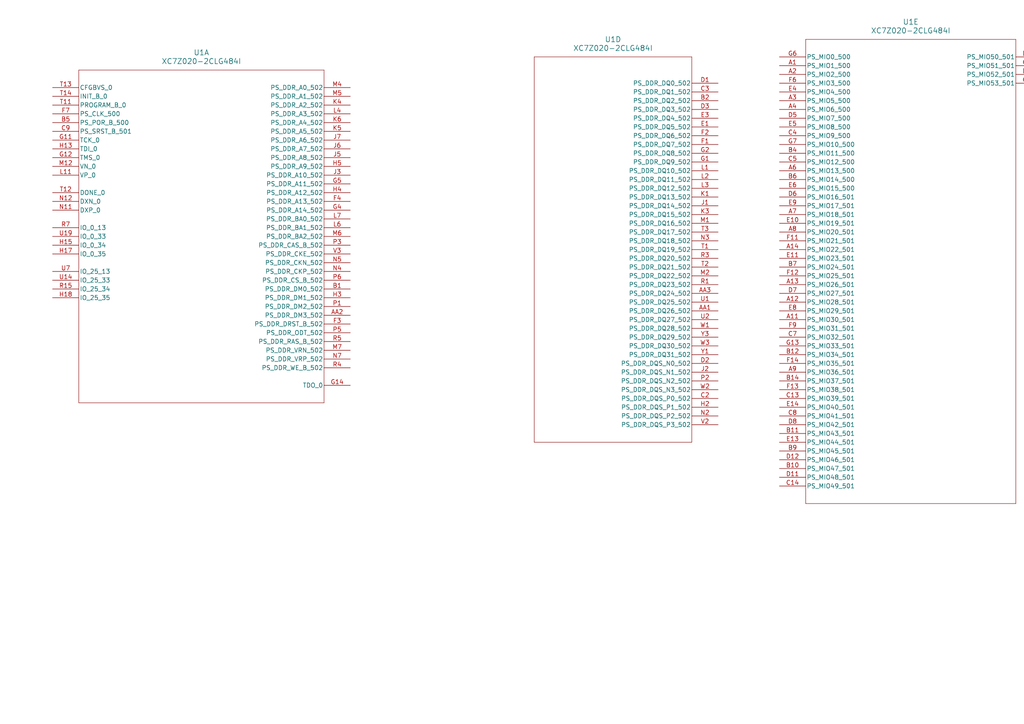
<source format=kicad_sch>
(kicad_sch (version 20231120) (generator "eeschema") (generator_version "8.0")
  (paper "A4")
  (lib_symbols
    (symbol "zynq7_1:XC7Z020-2CLG484I" (pin_names (offset 0.254))
      (property "Reference" "U" (at 43.18 10.16 0))
      (property "Value" "XC7Z020-2CLG484I" (at 43.18 7.62 0))
      (symbol "XC7Z020-2CLG484I_1_1"
        (polyline (pts (xy 7.62 -91.44) (xy 78.74 -91.44)) (stroke (width 0.127)))
        (polyline (pts (xy 7.62 5.08) (xy 7.62 -91.44)) (stroke (width 0.127)))
        (polyline (pts (xy 78.74 -91.44) (xy 78.74 5.08)) (stroke (width 0.127)))
        (polyline (pts (xy 78.74 5.08) (xy 7.62 5.08)) (stroke (width 0.127)))
        (pin output line (at 86.36 -66.04 180) (length 7.62) (name "PS_DDR_DM3_502") (number "AA2"))
        (pin output line (at 86.36 -58.42 180) (length 7.62) (name "PS_DDR_DM0_502") (number "B1"))
        (pin input line (at 0 -10.16 0) (length 7.62) (name "PS_POR_B_500") (number "B5"))
        (pin input line (at 0 -12.7 0) (length 7.62) (name "PS_SRST_B_501") (number "C9"))
        (pin output line (at 86.36 -68.58 180) (length 7.62) (name "PS_DDR_DRST_B_502") (number "F3"))
        (pin output line (at 86.36 -33.02 180) (length 7.62) (name "PS_DDR_A13_502") (number "F4"))
        (pin input line (at 0 -7.62 0) (length 7.62) (name "PS_CLK_500") (number "F7"))
        (pin input line (at 0 -15.24 0) (length 7.62) (name "TCK_0") (number "G11"))
        (pin input line (at 0 -20.32 0) (length 7.62) (name "TMS_0") (number "G12"))
        (pin output line (at 86.36 -86.36 180) (length 7.62) (name "TDO_0") (number "G14"))
        (pin output line (at 86.36 -35.56 180) (length 7.62) (name "PS_DDR_A14_502") (number "G4"))
        (pin output line (at 86.36 -27.94 180) (length 7.62) (name "PS_DDR_A11_502") (number "G5"))
        (pin input line (at 0 -17.78 0) (length 7.62) (name "TDI_0") (number "H13"))
        (pin bidirectional line (at 0 -45.72 0) (length 7.62) (name "IO_0_34") (number "H15"))
        (pin bidirectional line (at 0 -48.26 0) (length 7.62) (name "IO_0_35") (number "H17"))
        (pin bidirectional line (at 0 -60.96 0) (length 7.62) (name "IO_25_35") (number "H18"))
        (pin output line (at 86.36 -60.96 180) (length 7.62) (name "PS_DDR_DM1_502") (number "H3"))
        (pin output line (at 86.36 -30.48 180) (length 7.62) (name "PS_DDR_A12_502") (number "H4"))
        (pin output line (at 86.36 -22.86 180) (length 7.62) (name "PS_DDR_A9_502") (number "H5"))
        (pin output line (at 86.36 -25.4 180) (length 7.62) (name "PS_DDR_A10_502") (number "J3"))
        (pin output line (at 86.36 -20.32 180) (length 7.62) (name "PS_DDR_A8_502") (number "J5"))
        (pin output line (at 86.36 -17.78 180) (length 7.62) (name "PS_DDR_A7_502") (number "J6"))
        (pin output line (at 86.36 -15.24 180) (length 7.62) (name "PS_DDR_A6_502") (number "J7"))
        (pin output line (at 86.36 -5.08 180) (length 7.62) (name "PS_DDR_A2_502") (number "K4"))
        (pin output line (at 86.36 -12.7 180) (length 7.62) (name "PS_DDR_A5_502") (number "K5"))
        (pin output line (at 86.36 -10.16 180) (length 7.62) (name "PS_DDR_A4_502") (number "K6"))
        (pin input line (at 0 -25.4 0) (length 7.62) (name "VP_0") (number "L11"))
        (pin output line (at 86.36 -7.62 180) (length 7.62) (name "PS_DDR_A3_502") (number "L4"))
        (pin output line (at 86.36 -40.64 180) (length 7.62) (name "PS_DDR_BA1_502") (number "L6"))
        (pin output line (at 86.36 -38.1 180) (length 7.62) (name "PS_DDR_BA0_502") (number "L7"))
        (pin input line (at 0 -22.86 0) (length 7.62) (name "VN_0") (number "M12"))
        (pin output line (at 86.36 0 180) (length 7.62) (name "PS_DDR_A0_502") (number "M4"))
        (pin output line (at 86.36 -2.54 180) (length 7.62) (name "PS_DDR_A1_502") (number "M5"))
        (pin output line (at 86.36 -43.18 180) (length 7.62) (name "PS_DDR_BA2_502") (number "M6"))
        (pin output line (at 86.36 -76.2 180) (length 7.62) (name "PS_DDR_VRN_502") (number "M7"))
        (pin unspecified line (at 0 -35.56 0) (length 7.62) (name "DXP_0") (number "N11"))
        (pin unspecified line (at 0 -33.02 0) (length 7.62) (name "DXN_0") (number "N12"))
        (pin output line (at 86.36 -53.34 180) (length 7.62) (name "PS_DDR_CKP_502") (number "N4"))
        (pin output line (at 86.36 -50.8 180) (length 7.62) (name "PS_DDR_CKN_502") (number "N5"))
        (pin output line (at 86.36 -78.74 180) (length 7.62) (name "PS_DDR_VRP_502") (number "N7"))
        (pin output line (at 86.36 -63.5 180) (length 7.62) (name "PS_DDR_DM2_502") (number "P1"))
        (pin output line (at 86.36 -45.72 180) (length 7.62) (name "PS_DDR_CAS_B_502") (number "P3"))
        (pin output line (at 86.36 -71.12 180) (length 7.62) (name "PS_DDR_ODT_502") (number "P5"))
        (pin output line (at 86.36 -55.88 180) (length 7.62) (name "PS_DDR_CS_B_502") (number "P6"))
        (pin bidirectional line (at 0 -58.42 0) (length 7.62) (name "IO_25_34") (number "R15"))
        (pin output line (at 86.36 -81.28 180) (length 7.62) (name "PS_DDR_WE_B_502") (number "R4"))
        (pin output line (at 86.36 -73.66 180) (length 7.62) (name "PS_DDR_RAS_B_502") (number "R5"))
        (pin bidirectional line (at 0 -40.64 0) (length 7.62) (name "IO_0_13") (number "R7"))
        (pin input line (at 0 -5.08 0) (length 7.62) (name "PROGRAM_B_0") (number "T11"))
        (pin bidirectional line (at 0 -30.48 0) (length 7.62) (name "DONE_0") (number "T12"))
        (pin input line (at 0 0 0) (length 7.62) (name "CFGBVS_0") (number "T13"))
        (pin bidirectional line (at 0 -2.54 0) (length 7.62) (name "INIT_B_0") (number "T14"))
        (pin bidirectional line (at 0 -55.88 0) (length 7.62) (name "IO_25_33") (number "U14"))
        (pin bidirectional line (at 0 -43.18 0) (length 7.62) (name "IO_0_33") (number "U19"))
        (pin bidirectional line (at 0 -53.34 0) (length 7.62) (name "IO_25_13") (number "U7"))
        (pin output line (at 86.36 -48.26 180) (length 7.62) (name "PS_DDR_CKE_502") (number "V3"))
      )
      (symbol "XC7Z020-2CLG484I_2_1"
        (polyline (pts (xy 7.62 -129.54) (xy 114.3 -129.54)) (stroke (width 0.127)))
        (polyline (pts (xy 7.62 5.08) (xy 7.62 -129.54)) (stroke (width 0.127)))
        (polyline (pts (xy 114.3 -129.54) (xy 114.3 5.08)) (stroke (width 0.127)))
        (polyline (pts (xy 114.3 5.08) (xy 7.62 5.08)) (stroke (width 0.127)))
        (pin bidirectional line (at 121.92 -33.02 180) (length 7.62) (name "IO_L9P_T1_DQS_AD3P_35") (number "A16"))
        (pin bidirectional line (at 121.92 -30.48 180) (length 7.62) (name "IO_L9N_T1_DQS_AD3N_35") (number "A17"))
        (pin bidirectional line (at 121.92 -38.1 180) (length 7.62) (name "IO_L10P_T1_AD11P_35") (number "A18"))
        (pin bidirectional line (at 121.92 -35.56 180) (length 7.62) (name "IO_L10N_T1_AD11N_35") (number "A19"))
        (pin bidirectional line (at 121.92 -48.26 180) (length 7.62) (name "IO_L15P_T2_DQS_AD12P_35") (number "A21"))
        (pin bidirectional line (at 121.92 -45.72 180) (length 7.62) (name "IO_L15N_T2_DQS_AD12N_35") (number "A22"))
        (pin bidirectional line (at 0 -114.3 0) (length 7.62) (name "IO_L8P_T1_13") (number "AA11"))
        (pin bidirectional line (at 0 -99.06 0) (length 7.62) (name "IO_L7P_T1_13") (number "AA12"))
        (pin bidirectional line (at 121.92 -109.22 180) (length 7.62) (name "IO_L11N_T1_SRCC_33") (number "AA19"))
        (pin bidirectional line (at 0 -116.84 0) (length 7.62) (name "IO_L8P_T1_33") (number "AA21"))
        (pin bidirectional line (at 0 -101.6 0) (length 7.62) (name "IO_L7P_T1_33") (number "AA22"))
        (pin bidirectional line (at 121.92 -106.68 180) (length 7.62) (name "IO_L11N_T1_SRCC_13") (number "AA8"))
        (pin bidirectional line (at 121.92 -116.84 180) (length 7.62) (name "IO_L11P_T1_SRCC_13") (number "AA9"))
        (pin bidirectional line (at 121.92 -83.82 180) (length 7.62) (name "IO_L9P_T1_DQS_13") (number "AB10"))
        (pin bidirectional line (at 0 -106.68 0) (length 7.62) (name "IO_L8N_T1_13") (number "AB11"))
        (pin bidirectional line (at 0 -91.44 0) (length 7.62) (name "IO_L7N_T1_13") (number "AB12"))
        (pin bidirectional line (at 121.92 -101.6 180) (length 7.62) (name "IO_L10P_T1_33") (number "AB19"))
        (pin bidirectional line (at 121.92 -93.98 180) (length 7.62) (name "IO_L10N_T1_33") (number "AB20"))
        (pin bidirectional line (at 0 -109.22 0) (length 7.62) (name "IO_L8N_T1_33") (number "AB21"))
        (pin bidirectional line (at 0 -93.98 0) (length 7.62) (name "IO_L7N_T1_33") (number "AB22"))
        (pin bidirectional line (at 0 -121.92 0) (length 7.62) (name "IO_L9N_T1_DQS_13") (number "AB9"))
        (pin bidirectional line (at 121.92 -20.32 180) (length 7.62) (name "IO_L7N_T1_AD2N_35") (number "B15"))
        (pin bidirectional line (at 121.92 -27.94 180) (length 7.62) (name "IO_L8P_T1_AD10P_35") (number "B16"))
        (pin bidirectional line (at 121.92 -25.4 180) (length 7.62) (name "IO_L8N_T1_AD10N_35") (number "B17"))
        (pin bidirectional line (at 121.92 -58.42 180) (length 7.62) (name "IO_L18P_T2_AD13P_35") (number "B21"))
        (pin bidirectional line (at 121.92 -55.88 180) (length 7.62) (name "IO_L18N_T2_AD13N_35") (number "B22"))
        (pin bidirectional line (at 121.92 -22.86 180) (length 7.62) (name "IO_L7P_T1_AD2P_35") (number "C15"))
        (pin bidirectional line (at 121.92 -124.46 180) (length 7.62) (name "IO_L11P_T1_SRCC_35") (number "C17"))
        (pin bidirectional line (at 121.92 -114.3 180) (length 7.62) (name "IO_L11N_T1_SRCC_35") (number "C18"))
        (pin bidirectional line (at 121.92 -40.64 180) (length 7.62) (name "IO_L14N_T2_AD4N_SRCC_35") (number "C20"))
        (pin bidirectional line (at 121.92 -10.16 180) (length 7.62) (name "IO_L3N_T0_DQS_AD1N_35") (number "D15"))
        (pin bidirectional line (at 121.92 -7.62 180) (length 7.62) (name "IO_L2P_T0_AD8P_35") (number "D16"))
        (pin bidirectional line (at 121.92 -5.08 180) (length 7.62) (name "IO_L2N_T0_AD8N_35") (number "D17"))
        (pin bidirectional line (at 121.92 -43.18 180) (length 7.62) (name "IO_L14P_T2_AD4P_SRCC_35") (number "D20"))
        (pin bidirectional line (at 121.92 -50.8 180) (length 7.62) (name "IO_L17N_T2_AD5N_35") (number "D21"))
        (pin bidirectional line (at 121.92 -12.7 180) (length 7.62) (name "IO_L3P_T0_DQS_AD1P_35") (number "E15"))
        (pin bidirectional line (at 121.92 0 180) (length 7.62) (name "IO_L1N_T0_AD0N_35") (number "E16"))
        (pin bidirectional line (at 121.92 -15.24 180) (length 7.62) (name "IO_L5N_T0_AD9N_35") (number "E18"))
        (pin bidirectional line (at 121.92 -68.58 180) (length 7.62) (name "IO_L21P_T3_DQS_AD14P_35") (number "E19"))
        (pin bidirectional line (at 121.92 -66.04 180) (length 7.62) (name "IO_L21N_T3_DQS_AD14N_35") (number "E20"))
        (pin bidirectional line (at 121.92 -53.34 180) (length 7.62) (name "IO_L17P_T2_AD5P_35") (number "E21"))
        (pin bidirectional line (at 121.92 -2.54 180) (length 7.62) (name "IO_L1P_T0_AD0P_35") (number "F16"))
        (pin bidirectional line (at 121.92 -17.78 180) (length 7.62) (name "IO_L5P_T0_AD9P_35") (number "F18"))
        (pin bidirectional line (at 121.92 -60.96 180) (length 7.62) (name "IO_L20N_T3_AD6N_35") (number "F19"))
        (pin bidirectional line (at 0 -63.5 0) (length 7.62) (name "IO_L4P_T0_35") (number "G15"))
        (pin bidirectional line (at 0 -53.34 0) (length 7.62) (name "IO_L4N_T0_35") (number "G16"))
        (pin bidirectional line (at 0 -88.9 0) (length 7.62) (name "IO_L6P_T0_35") (number "G17"))
        (pin bidirectional line (at 121.92 -63.5 180) (length 7.62) (name "IO_L20P_T3_AD6P_35") (number "G19"))
        (pin bidirectional line (at 121.92 -73.66 180) (length 7.62) (name "IO_L22P_T3_AD7P_35") (number "G20"))
        (pin bidirectional line (at 121.92 -71.12 180) (length 7.62) (name "IO_L22N_T3_AD7N_35") (number "G21"))
        (pin bidirectional line (at 121.92 -76.2 180) (length 7.62) (name "IO_L24N_T3_AD15N_35") (number "G22"))
        (pin bidirectional line (at 121.92 -78.74 180) (length 7.62) (name "IO_L24P_T3_AD15P_35") (number "H22"))
        (pin bidirectional line (at 0 -12.7 0) (length 7.62) (name "IO_L1P_T0_34") (number "J15"))
        (pin bidirectional line (at 0 -27.94 0) (length 7.62) (name "IO_L2P_T0_34") (number "J16"))
        (pin bidirectional line (at 0 -20.32 0) (length 7.62) (name "IO_L2N_T0_34") (number "J17"))
        (pin bidirectional line (at 0 -104.14 0) (length 7.62) (name "IO_L7P_T1_34") (number "J18"))
        (pin bidirectional line (at 121.92 -88.9 180) (length 7.62) (name "IO_L9P_T1_DQS_34") (number "J20"))
        (pin bidirectional line (at 0 -119.38 0) (length 7.62) (name "IO_L8P_T1_34") (number "J21"))
        (pin bidirectional line (at 0 -111.76 0) (length 7.62) (name "IO_L8N_T1_34") (number "J22"))
        (pin bidirectional line (at 0 -5.08 0) (length 7.62) (name "IO_L1N_T0_34") (number "K15"))
        (pin bidirectional line (at 0 -43.18 0) (length 7.62) (name "IO_L3P_T0_DQS_PUDC_B_34") (number "K16"))
        (pin bidirectional line (at 0 -96.52 0) (length 7.62) (name "IO_L7N_T1_34") (number "K18"))
        (pin bidirectional line (at 121.92 -121.92 180) (length 7.62) (name "IO_L11P_T1_SRCC_34") (number "K19"))
        (pin bidirectional line (at 121.92 -111.76 180) (length 7.62) (name "IO_L11N_T1_SRCC_34") (number "K20"))
        (pin bidirectional line (at 121.92 -81.28 180) (length 7.62) (name "IO_L9N_T1_DQS_34") (number "K21"))
        (pin bidirectional line (at 0 -35.56 0) (length 7.62) (name "IO_L3N_T0_DQS_34") (number "L16"))
        (pin bidirectional line (at 0 -60.96 0) (length 7.62) (name "IO_L4P_T0_34") (number "L17"))
        (pin bidirectional line (at 121.92 -104.14 180) (length 7.62) (name "IO_L10P_T1_34") (number "L21"))
        (pin bidirectional line (at 121.92 -96.52 180) (length 7.62) (name "IO_L10N_T1_34") (number "L22"))
        (pin bidirectional line (at 0 -86.36 0) (length 7.62) (name "IO_L6P_T0_34") (number "M15"))
        (pin bidirectional line (at 0 -50.8 0) (length 7.62) (name "IO_L4N_T0_34") (number "M17"))
        (pin bidirectional line (at 0 -78.74 0) (length 7.62) (name "IO_L5P_T0_34") (number "N17"))
        (pin bidirectional line (at 0 -71.12 0) (length 7.62) (name "IO_L5N_T0_34") (number "N18"))
        (pin bidirectional line (at 0 -10.16 0) (length 7.62) (name "IO_L1P_T0_33") (number "T21"))
        (pin bidirectional line (at 0 -25.4 0) (length 7.62) (name "IO_L2P_T0_33") (number "T22"))
        (pin bidirectional line (at 0 -81.28 0) (length 7.62) (name "IO_L6P_T0_13") (number "U10"))
        (pin bidirectional line (at 0 -66.04 0) (length 7.62) (name "IO_L5N_T0_13") (number "U11"))
        (pin bidirectional line (at 0 -73.66 0) (length 7.62) (name "IO_L5P_T0_13") (number "U12"))
        (pin bidirectional line (at 0 -76.2 0) (length 7.62) (name "IO_L5P_T0_33") (number "U20"))
        (pin bidirectional line (at 0 -2.54 0) (length 7.62) (name "IO_L1N_T0_33") (number "U21"))
        (pin bidirectional line (at 0 -17.78 0) (length 7.62) (name "IO_L2N_T0_33") (number "U22"))
        (pin bidirectional line (at 0 -7.62 0) (length 7.62) (name "IO_L1P_T0_13") (number "V10"))
        (pin bidirectional line (at 0 -55.88 0) (length 7.62) (name "IO_L4P_T0_13") (number "V12"))
        (pin bidirectional line (at 0 -83.82 0) (length 7.62) (name "IO_L6P_T0_33") (number "V18"))
        (pin bidirectional line (at 0 -68.58 0) (length 7.62) (name "IO_L5N_T0_33") (number "V20"))
        (pin bidirectional line (at 0 -40.64 0) (length 7.62) (name "IO_L3P_T0_DQS_33") (number "V22"))
        (pin bidirectional line (at 0 -22.86 0) (length 7.62) (name "IO_L2P_T0_13") (number "V8"))
        (pin bidirectional line (at 0 0 0) (length 7.62) (name "IO_L1N_T0_13") (number "V9"))
        (pin bidirectional line (at 0 -30.48 0) (length 7.62) (name "IO_L3N_T0_DQS_13") (number "W10"))
        (pin bidirectional line (at 0 -38.1 0) (length 7.62) (name "IO_L3P_T0_DQS_13") (number "W11"))
        (pin bidirectional line (at 0 -45.72 0) (length 7.62) (name "IO_L4N_T0_13") (number "W12"))
        (pin bidirectional line (at 0 -58.42 0) (length 7.62) (name "IO_L4P_T0_33") (number "W20"))
        (pin bidirectional line (at 0 -48.26 0) (length 7.62) (name "IO_L4N_T0_33") (number "W21"))
        (pin bidirectional line (at 0 -33.02 0) (length 7.62) (name "IO_L3N_T0_DQS_33") (number "W22"))
        (pin bidirectional line (at 0 -15.24 0) (length 7.62) (name "IO_L2N_T0_13") (number "W8"))
        (pin bidirectional line (at 121.92 -91.44 180) (length 7.62) (name "IO_L10N_T1_13") (number "Y10"))
        (pin bidirectional line (at 121.92 -99.06 180) (length 7.62) (name "IO_L10P_T1_13") (number "Y11"))
        (pin bidirectional line (at 121.92 -119.38 180) (length 7.62) (name "IO_L11P_T1_SRCC_33") (number "Y19"))
        (pin bidirectional line (at 121.92 -86.36 180) (length 7.62) (name "IO_L9P_T1_DQS_33") (number "Y20"))
        (pin bidirectional line (at 0 -124.46 0) (length 7.62) (name "IO_L9N_T1_DQS_33") (number "Y21"))
      )
      (symbol "XC7Z020-2CLG484I_3_1"
        (polyline (pts (xy 7.62 -129.54) (xy 88.9 -129.54)) (stroke (width 0.127)))
        (polyline (pts (xy 7.62 5.08) (xy 7.62 -129.54)) (stroke (width 0.127)))
        (polyline (pts (xy 88.9 -129.54) (xy 88.9 5.08)) (stroke (width 0.127)))
        (polyline (pts (xy 88.9 5.08) (xy 7.62 5.08)) (stroke (width 0.127)))
        (pin bidirectional line (at 96.52 -53.34 180) (length 7.62) (name "IO_L23N_T3_33") (number "AA13"))
        (pin bidirectional line (at 96.52 -38.1 180) (length 7.62) (name "IO_L22N_T3_33") (number "AA14"))
        (pin bidirectional line (at 0 -116.84 0) (length 7.62) (name "IO_L18P_T2_33") (number "AA16"))
        (pin bidirectional line (at 0 -101.6 0) (length 7.62) (name "IO_L17P_T2_33") (number "AA17"))
        (pin bidirectional line (at 0 -2.54 0) (length 7.62) (name "IO_L12N_T1_MRCC_33") (number "AA18"))
        (pin bidirectional line (at 0 -106.68 0) (length 7.62) (name "IO_L18N_T2_13") (number "AA4"))
        (pin bidirectional line (at 0 -40.64 0) (length 7.62) (name "IO_L14N_T2_SRCC_13") (number "AA6"))
        (pin bidirectional line (at 0 -48.26 0) (length 7.62) (name "IO_L14P_T2_SRCC_13") (number "AA7"))
        (pin bidirectional line (at 0 -55.88 0) (length 7.62) (name "IO_L15N_T2_DQS_13") (number "AB1"))
        (pin bidirectional line (at 96.52 -81.28 180) (length 7.62) (name "IO_L24P_T3_33") (number "AB14"))
        (pin bidirectional line (at 96.52 -73.66 180) (length 7.62) (name "IO_L24N_T3_33") (number "AB15"))
        (pin bidirectional line (at 0 -109.22 0) (length 7.62) (name "IO_L18N_T2_33") (number "AB16"))
        (pin bidirectional line (at 0 -93.98 0) (length 7.62) (name "IO_L17N_T2_33") (number "AB17"))
        (pin bidirectional line (at 0 -63.5 0) (length 7.62) (name "IO_L15P_T2_DQS_13") (number "AB2"))
        (pin bidirectional line (at 0 -71.12 0) (length 7.62) (name "IO_L16N_T2_13") (number "AB4"))
        (pin bidirectional line (at 0 -81.28 0) (length 7.62) (name "IO_L16P_T2_13") (number "AB5"))
        (pin bidirectional line (at 0 -91.44 0) (length 7.62) (name "IO_L17N_T2_13") (number "AB6"))
        (pin bidirectional line (at 0 -99.06 0) (length 7.62) (name "IO_L17P_T2_13") (number "AB7"))
        (pin bidirectional line (at 0 -38.1 0) (length 7.62) (name "IO_L13P_T2_MRCC_35") (number "B19"))
        (pin bidirectional line (at 0 -27.94 0) (length 7.62) (name "IO_L13N_T2_MRCC_35") (number "B20"))
        (pin bidirectional line (at 0 -7.62 0) (length 7.62) (name "IO_L12N_T1_MRCC_35") (number "C19"))
        (pin bidirectional line (at 0 -78.74 0) (length 7.62) (name "IO_L16N_T2_35") (number "C22"))
        (pin bidirectional line (at 0 -17.78 0) (length 7.62) (name "IO_L12P_T1_MRCC_35") (number "D18"))
        (pin bidirectional line (at 0 -88.9 0) (length 7.62) (name "IO_L16P_T2_35") (number "D22"))
        (pin bidirectional line (at 96.52 -68.58 180) (length 7.62) (name "IO_L23P_T3_35") (number "F21"))
        (pin bidirectional line (at 96.52 -58.42 180) (length 7.62) (name "IO_L23N_T3_35") (number "F22"))
        (pin bidirectional line (at 96.52 -2.54 180) (length 7.62) (name "IO_L19P_T3_35") (number "H19"))
        (pin bidirectional line (at 0 -15.24 0) (length 7.62) (name "IO_L12P_T1_MRCC_34") (number "L18"))
        (pin bidirectional line (at 0 -5.08 0) (length 7.62) (name "IO_L12N_T1_MRCC_34") (number "L19"))
        (pin bidirectional line (at 0 -35.56 0) (length 7.62) (name "IO_L13P_T2_MRCC_34") (number "M19"))
        (pin bidirectional line (at 0 -25.4 0) (length 7.62) (name "IO_L13N_T2_MRCC_34") (number "M20"))
        (pin bidirectional line (at 0 -68.58 0) (length 7.62) (name "IO_L15P_T2_DQS_34") (number "M21"))
        (pin bidirectional line (at 0 -60.96 0) (length 7.62) (name "IO_L15N_T2_DQS_34") (number "M22"))
        (pin bidirectional line (at 96.52 0 180) (length 7.62) (name "IO_L19P_T3_34") (number "N15"))
        (pin bidirectional line (at 0 -53.34 0) (length 7.62) (name "IO_L14P_T2_SRCC_34") (number "N19"))
        (pin bidirectional line (at 0 -45.72 0) (length 7.62) (name "IO_L14N_T2_SRCC_34") (number "N20"))
        (pin bidirectional line (at 0 -86.36 0) (length 7.62) (name "IO_L16P_T2_34") (number "N22"))
        (pin bidirectional line (at 96.52 -83.82 180) (length 7.62) (name "IO_L24P_T3_34") (number "P16"))
        (pin bidirectional line (at 96.52 -17.78 180) (length 7.62) (name "IO_L20P_T3_34") (number "P17"))
        (pin bidirectional line (at 96.52 -10.16 180) (length 7.62) (name "IO_L20N_T3_34") (number "P18"))
        (pin bidirectional line (at 0 -119.38 0) (length 7.62) (name "IO_L18P_T2_34") (number "P20"))
        (pin bidirectional line (at 0 -111.76 0) (length 7.62) (name "IO_L18N_T2_34") (number "P21"))
        (pin bidirectional line (at 0 -76.2 0) (length 7.62) (name "IO_L16N_T2_34") (number "P22"))
        (pin bidirectional line (at 96.52 -76.2 180) (length 7.62) (name "IO_L24N_T3_34") (number "R16"))
        (pin bidirectional line (at 96.52 -66.04 180) (length 7.62) (name "IO_L23P_T3_34") (number "R18"))
        (pin bidirectional line (at 96.52 -48.26 180) (length 7.62) (name "IO_L22P_T3_34") (number "R19"))
        (pin bidirectional line (at 0 -104.14 0) (length 7.62) (name "IO_L17P_T2_34") (number "R20"))
        (pin bidirectional line (at 0 -96.52 0) (length 7.62) (name "IO_L17N_T2_34") (number "R21"))
        (pin bidirectional line (at 0 -121.92 0) (length 7.62) (name "IO_L19P_T3_13") (number "R6"))
        (pin bidirectional line (at 96.52 -33.02 180) (length 7.62) (name "IO_L21P_T3_DQS_34") (number "T16"))
        (pin bidirectional line (at 96.52 -25.4 180) (length 7.62) (name "IO_L21N_T3_DQS_34") (number "T17"))
        (pin bidirectional line (at 96.52 -55.88 180) (length 7.62) (name "IO_L23N_T3_34") (number "T18"))
        (pin bidirectional line (at 96.52 -40.64 180) (length 7.62) (name "IO_L22N_T3_34") (number "T19"))
        (pin bidirectional line (at 96.52 -12.7 180) (length 7.62) (name "IO_L20P_T3_13") (number "T4"))
        (pin bidirectional line (at 0 -66.04 0) (length 7.62) (name "IO_L15P_T2_DQS_33") (number "U15"))
        (pin bidirectional line (at 0 -58.42 0) (length 7.62) (name "IO_L15N_T2_DQS_33") (number "U16"))
        (pin bidirectional line (at 0 -83.82 0) (length 7.62) (name "IO_L16P_T2_33") (number "U17"))
        (pin bidirectional line (at 96.52 -5.08 180) (length 7.62) (name "IO_L20N_T3_13") (number "U4"))
        (pin bidirectional line (at 96.52 -35.56 180) (length 7.62) (name "IO_L22N_T3_13") (number "U5"))
        (pin bidirectional line (at 96.52 -43.18 180) (length 7.62) (name "IO_L22P_T3_13") (number "U6"))
        (pin bidirectional line (at 96.52 -15.24 180) (length 7.62) (name "IO_L20P_T3_33") (number "V13"))
        (pin bidirectional line (at 0 -124.46 0) (length 7.62) (name "IO_L19P_T3_33") (number "V14"))
        (pin bidirectional line (at 0 -73.66 0) (length 7.62) (name "IO_L16N_T2_33") (number "V17"))
        (pin bidirectional line (at 96.52 -20.32 180) (length 7.62) (name "IO_L21N_T3_DQS_13") (number "V4"))
        (pin bidirectional line (at 96.52 -27.94 180) (length 7.62) (name "IO_L21P_T3_DQS_13") (number "V5"))
        (pin bidirectional line (at 96.52 -60.96 180) (length 7.62) (name "IO_L23P_T3_13") (number "V7"))
        (pin bidirectional line (at 96.52 -7.62 180) (length 7.62) (name "IO_L20N_T3_33") (number "W13"))
        (pin bidirectional line (at 96.52 -30.48 180) (length 7.62) (name "IO_L21P_T3_DQS_33") (number "W15"))
        (pin bidirectional line (at 0 -50.8 0) (length 7.62) (name "IO_L14P_T2_SRCC_33") (number "W16"))
        (pin bidirectional line (at 0 -33.02 0) (length 7.62) (name "IO_L13P_T2_MRCC_33") (number "W17"))
        (pin bidirectional line (at 0 -22.86 0) (length 7.62) (name "IO_L13N_T2_MRCC_33") (number "W18"))
        (pin bidirectional line (at 96.52 -71.12 180) (length 7.62) (name "IO_L24N_T3_13") (number "W5"))
        (pin bidirectional line (at 96.52 -78.74 180) (length 7.62) (name "IO_L24P_T3_13") (number "W6"))
        (pin bidirectional line (at 96.52 -50.8 180) (length 7.62) (name "IO_L23N_T3_13") (number "W7"))
        (pin bidirectional line (at 96.52 -63.5 180) (length 7.62) (name "IO_L23P_T3_33") (number "Y13"))
        (pin bidirectional line (at 96.52 -45.72 180) (length 7.62) (name "IO_L22P_T3_33") (number "Y14"))
        (pin bidirectional line (at 96.52 -22.86 180) (length 7.62) (name "IO_L21N_T3_DQS_33") (number "Y15"))
        (pin bidirectional line (at 0 -43.18 0) (length 7.62) (name "IO_L14N_T2_SRCC_33") (number "Y16"))
        (pin bidirectional line (at 0 -12.7 0) (length 7.62) (name "IO_L12P_T1_MRCC_33") (number "Y18"))
        (pin bidirectional line (at 0 -114.3 0) (length 7.62) (name "IO_L18P_T2_13") (number "Y4"))
        (pin bidirectional line (at 0 -20.32 0) (length 7.62) (name "IO_L13N_T2_MRCC_13") (number "Y5"))
        (pin bidirectional line (at 0 -30.48 0) (length 7.62) (name "IO_L13P_T2_MRCC_13") (number "Y6"))
        (pin bidirectional line (at 0 0 0) (length 7.62) (name "IO_L12N_T1_MRCC_13") (number "Y8"))
        (pin bidirectional line (at 0 -10.16 0) (length 7.62) (name "IO_L12P_T1_MRCC_13") (number "Y9"))
      )
      (symbol "XC7Z020-2CLG484I_4_1"
        (polyline (pts (xy -53.34 -104.14) (xy -7.62 -104.14)) (stroke (width 0.127)))
        (polyline (pts (xy -53.34 7.62) (xy -53.34 -104.14)) (stroke (width 0.127)))
        (polyline (pts (xy -7.62 -104.14) (xy -7.62 7.62)) (stroke (width 0.127)))
        (polyline (pts (xy -7.62 7.62) (xy -53.34 7.62)) (stroke (width 0.127)))
        (pin bidirectional line (at 0 -66.04 180) (length 7.62) (name "PS_DDR_DQ26_502") (number "AA1"))
        (pin bidirectional line (at 0 -60.96 180) (length 7.62) (name "PS_DDR_DQ24_502") (number "AA3"))
        (pin bidirectional line (at 0 -5.08 180) (length 7.62) (name "PS_DDR_DQ2_502") (number "B2"))
        (pin bidirectional line (at 0 -91.44 180) (length 7.62) (name "PS_DDR_DQS_P0_502") (number "C2"))
        (pin bidirectional line (at 0 -2.54 180) (length 7.62) (name "PS_DDR_DQ1_502") (number "C3"))
        (pin bidirectional line (at 0 0 180) (length 7.62) (name "PS_DDR_DQ0_502") (number "D1"))
        (pin bidirectional line (at 0 -81.28 180) (length 7.62) (name "PS_DDR_DQS_N0_502") (number "D2"))
        (pin bidirectional line (at 0 -7.62 180) (length 7.62) (name "PS_DDR_DQ3_502") (number "D3"))
        (pin bidirectional line (at 0 -12.7 180) (length 7.62) (name "PS_DDR_DQ5_502") (number "E1"))
        (pin bidirectional line (at 0 -10.16 180) (length 7.62) (name "PS_DDR_DQ4_502") (number "E3"))
        (pin bidirectional line (at 0 -17.78 180) (length 7.62) (name "PS_DDR_DQ7_502") (number "F1"))
        (pin bidirectional line (at 0 -15.24 180) (length 7.62) (name "PS_DDR_DQ6_502") (number "F2"))
        (pin bidirectional line (at 0 -22.86 180) (length 7.62) (name "PS_DDR_DQ9_502") (number "G1"))
        (pin bidirectional line (at 0 -20.32 180) (length 7.62) (name "PS_DDR_DQ8_502") (number "G2"))
        (pin bidirectional line (at 0 -93.98 180) (length 7.62) (name "PS_DDR_DQS_P1_502") (number "H2"))
        (pin bidirectional line (at 0 -35.56 180) (length 7.62) (name "PS_DDR_DQ14_502") (number "J1"))
        (pin bidirectional line (at 0 -83.82 180) (length 7.62) (name "PS_DDR_DQS_N1_502") (number "J2"))
        (pin bidirectional line (at 0 -33.02 180) (length 7.62) (name "PS_DDR_DQ13_502") (number "K1"))
        (pin bidirectional line (at 0 -38.1 180) (length 7.62) (name "PS_DDR_DQ15_502") (number "K3"))
        (pin bidirectional line (at 0 -25.4 180) (length 7.62) (name "PS_DDR_DQ10_502") (number "L1"))
        (pin bidirectional line (at 0 -27.94 180) (length 7.62) (name "PS_DDR_DQ11_502") (number "L2"))
        (pin bidirectional line (at 0 -30.48 180) (length 7.62) (name "PS_DDR_DQ12_502") (number "L3"))
        (pin bidirectional line (at 0 -40.64 180) (length 7.62) (name "PS_DDR_DQ16_502") (number "M1"))
        (pin bidirectional line (at 0 -55.88 180) (length 7.62) (name "PS_DDR_DQ22_502") (number "M2"))
        (pin bidirectional line (at 0 -96.52 180) (length 7.62) (name "PS_DDR_DQS_P2_502") (number "N2"))
        (pin bidirectional line (at 0 -45.72 180) (length 7.62) (name "PS_DDR_DQ18_502") (number "N3"))
        (pin bidirectional line (at 0 -86.36 180) (length 7.62) (name "PS_DDR_DQS_N2_502") (number "P2"))
        (pin bidirectional line (at 0 -58.42 180) (length 7.62) (name "PS_DDR_DQ23_502") (number "R1"))
        (pin bidirectional line (at 0 -50.8 180) (length 7.62) (name "PS_DDR_DQ20_502") (number "R3"))
        (pin bidirectional line (at 0 -48.26 180) (length 7.62) (name "PS_DDR_DQ19_502") (number "T1"))
        (pin bidirectional line (at 0 -53.34 180) (length 7.62) (name "PS_DDR_DQ21_502") (number "T2"))
        (pin bidirectional line (at 0 -43.18 180) (length 7.62) (name "PS_DDR_DQ17_502") (number "T3"))
        (pin bidirectional line (at 0 -63.5 180) (length 7.62) (name "PS_DDR_DQ25_502") (number "U1"))
        (pin bidirectional line (at 0 -68.58 180) (length 7.62) (name "PS_DDR_DQ27_502") (number "U2"))
        (pin bidirectional line (at 0 -99.06 180) (length 7.62) (name "PS_DDR_DQS_P3_502") (number "V2"))
        (pin bidirectional line (at 0 -71.12 180) (length 7.62) (name "PS_DDR_DQ28_502") (number "W1"))
        (pin bidirectional line (at 0 -88.9 180) (length 7.62) (name "PS_DDR_DQS_N3_502") (number "W2"))
        (pin bidirectional line (at 0 -76.2 180) (length 7.62) (name "PS_DDR_DQ30_502") (number "W3"))
        (pin bidirectional line (at 0 -78.74 180) (length 7.62) (name "PS_DDR_DQ31_502") (number "Y1"))
        (pin bidirectional line (at 0 -73.66 180) (length 7.62) (name "PS_DDR_DQ29_502") (number "Y3"))
      )
      (symbol "XC7Z020-2CLG484I_5_1"
        (polyline (pts (xy 7.62 -129.54) (xy 68.58 -129.54)) (stroke (width 0.127)))
        (polyline (pts (xy 7.62 5.08) (xy 7.62 -129.54)) (stroke (width 0.127)))
        (polyline (pts (xy 68.58 -129.54) (xy 68.58 5.08)) (stroke (width 0.127)))
        (polyline (pts (xy 68.58 5.08) (xy 7.62 5.08)) (stroke (width 0.127)))
        (pin bidirectional line (at 0 -2.54 0) (length 7.62) (name "PS_MIO1_500") (number "A1"))
        (pin bidirectional line (at 0 -76.2 0) (length 7.62) (name "PS_MIO30_501") (number "A11"))
        (pin bidirectional line (at 0 -71.12 0) (length 7.62) (name "PS_MIO28_501") (number "A12"))
        (pin bidirectional line (at 0 -66.04 0) (length 7.62) (name "PS_MIO26_501") (number "A13"))
        (pin bidirectional line (at 0 -55.88 0) (length 7.62) (name "PS_MIO22_501") (number "A14"))
        (pin bidirectional line (at 0 -5.08 0) (length 7.62) (name "PS_MIO2_500") (number "A2"))
        (pin bidirectional line (at 0 -12.7 0) (length 7.62) (name "PS_MIO5_500") (number "A3"))
        (pin bidirectional line (at 0 -15.24 0) (length 7.62) (name "PS_MIO6_500") (number "A4"))
        (pin bidirectional line (at 0 -33.02 0) (length 7.62) (name "PS_MIO13_500") (number "A6"))
        (pin bidirectional line (at 0 -45.72 0) (length 7.62) (name "PS_MIO18_501") (number "A7"))
        (pin bidirectional line (at 0 -50.8 0) (length 7.62) (name "PS_MIO20_501") (number "A8"))
        (pin bidirectional line (at 0 -91.44 0) (length 7.62) (name "PS_MIO36_501") (number "A9"))
        (pin bidirectional line (at 0 -119.38 0) (length 7.62) (name "PS_MIO47_501") (number "B10"))
        (pin bidirectional line (at 0 -109.22 0) (length 7.62) (name "PS_MIO43_501") (number "B11"))
        (pin bidirectional line (at 0 -86.36 0) (length 7.62) (name "PS_MIO34_501") (number "B12"))
        (pin bidirectional line (at 0 -93.98 0) (length 7.62) (name "PS_MIO37_501") (number "B14"))
        (pin bidirectional line (at 0 -27.94 0) (length 7.62) (name "PS_MIO11_500") (number "B4"))
        (pin bidirectional line (at 0 -35.56 0) (length 7.62) (name "PS_MIO14_500") (number "B6"))
        (pin bidirectional line (at 0 -60.96 0) (length 7.62) (name "PS_MIO24_501") (number "B7"))
        (pin bidirectional line (at 0 -114.3 0) (length 7.62) (name "PS_MIO45_501") (number "B9"))
        (pin bidirectional line (at 76.2 -2.54 180) (length 7.62) (name "PS_MIO51_501") (number "C10"))
        (pin bidirectional line (at 76.2 -7.62 180) (length 7.62) (name "PS_MIO53_501") (number "C12"))
        (pin bidirectional line (at 0 -99.06 0) (length 7.62) (name "PS_MIO39_501") (number "C13"))
        (pin bidirectional line (at 0 -124.46 0) (length 7.62) (name "PS_MIO49_501") (number "C14"))
        (pin bidirectional line (at 0 -22.86 0) (length 7.62) (name "PS_MIO9_500") (number "C4"))
        (pin bidirectional line (at 0 -30.48 0) (length 7.62) (name "PS_MIO12_500") (number "C5"))
        (pin bidirectional line (at 0 -81.28 0) (length 7.62) (name "PS_MIO32_501") (number "C7"))
        (pin bidirectional line (at 0 -104.14 0) (length 7.62) (name "PS_MIO41_501") (number "C8"))
        (pin bidirectional line (at 76.2 -5.08 180) (length 7.62) (name "PS_MIO52_501") (number "D10"))
        (pin bidirectional line (at 0 -121.92 0) (length 7.62) (name "PS_MIO48_501") (number "D11"))
        (pin bidirectional line (at 0 -116.84 0) (length 7.62) (name "PS_MIO46_501") (number "D12"))
        (pin bidirectional line (at 76.2 0 180) (length 7.62) (name "PS_MIO50_501") (number "D13"))
        (pin bidirectional line (at 0 -17.78 0) (length 7.62) (name "PS_MIO7_500") (number "D5"))
        (pin bidirectional line (at 0 -40.64 0) (length 7.62) (name "PS_MIO16_501") (number "D6"))
        (pin bidirectional line (at 0 -68.58 0) (length 7.62) (name "PS_MIO27_501") (number "D7"))
        (pin bidirectional line (at 0 -106.68 0) (length 7.62) (name "PS_MIO42_501") (number "D8"))
        (pin bidirectional line (at 0 -48.26 0) (length 7.62) (name "PS_MIO19_501") (number "E10"))
        (pin bidirectional line (at 0 -58.42 0) (length 7.62) (name "PS_MIO23_501") (number "E11"))
        (pin bidirectional line (at 0 -111.76 0) (length 7.62) (name "PS_MIO44_501") (number "E13"))
        (pin bidirectional line (at 0 -101.6 0) (length 7.62) (name "PS_MIO40_501") (number "E14"))
        (pin bidirectional line (at 0 -10.16 0) (length 7.62) (name "PS_MIO4_500") (number "E4"))
        (pin bidirectional line (at 0 -20.32 0) (length 7.62) (name "PS_MIO8_500") (number "E5"))
        (pin bidirectional line (at 0 -38.1 0) (length 7.62) (name "PS_MIO15_500") (number "E6"))
        (pin bidirectional line (at 0 -73.66 0) (length 7.62) (name "PS_MIO29_501") (number "E8"))
        (pin bidirectional line (at 0 -43.18 0) (length 7.62) (name "PS_MIO17_501") (number "E9"))
        (pin bidirectional line (at 0 -53.34 0) (length 7.62) (name "PS_MIO21_501") (number "F11"))
        (pin bidirectional line (at 0 -63.5 0) (length 7.62) (name "PS_MIO25_501") (number "F12"))
        (pin bidirectional line (at 0 -96.52 0) (length 7.62) (name "PS_MIO38_501") (number "F13"))
        (pin bidirectional line (at 0 -88.9 0) (length 7.62) (name "PS_MIO35_501") (number "F14"))
        (pin bidirectional line (at 0 -7.62 0) (length 7.62) (name "PS_MIO3_500") (number "F6"))
        (pin bidirectional line (at 0 -78.74 0) (length 7.62) (name "PS_MIO31_501") (number "F9"))
        (pin bidirectional line (at 0 -83.82 0) (length 7.62) (name "PS_MIO33_501") (number "G13"))
        (pin bidirectional line (at 0 0 0) (length 7.62) (name "PS_MIO0_500") (number "G6"))
        (pin bidirectional line (at 0 -25.4 0) (length 7.62) (name "PS_MIO10_500") (number "G7"))
      )
      (symbol "XC7Z020-2CLG484I_6_1"
        (polyline (pts (xy 7.62 -99.06) (xy 53.34 -99.06)) (stroke (width 0.127)))
        (polyline (pts (xy 7.62 5.08) (xy 7.62 -99.06)) (stroke (width 0.127)))
        (polyline (pts (xy 53.34 -99.06) (xy 53.34 5.08)) (stroke (width 0.127)))
        (polyline (pts (xy 53.34 5.08) (xy 7.62 5.08)) (stroke (width 0.127)))
        (pin bidirectional line (at 0 -7.62 0) (length 7.62) (name "IO_L6N_T0_VREF_35") (number "F17"))
        (pin power_in line (at 0 -30.48 0) (length 7.62) (name "PS_MIO_VREF_501") (number "F8"))
        (pin power_in line (at 0 -60.96 0) (length 7.62) (name "VCCBATT_0") (number "G9"))
        (pin power_in line (at 0 -63.5 0) (length 7.62) (name "VCCBRAM") (number "H11"))
        (pin bidirectional line (at 0 -17.78 0) (length 7.62) (name "IO_L19N_T3_VREF_35") (number "H20"))
        (pin power_in line (at 0 -22.86 0) (length 7.62) (name "PS_DDR_VREF0_502") (number "H7"))
        (pin power_in line (at 0 -66.04 0) (length 7.62) (name "VCCBRAM") (number "J10"))
        (pin power_in line (at 0 -71.12 0) (length 7.62) (name "VCCINT") (number "J12"))
        (pin power_in line (at 0 -73.66 0) (length 7.62) (name "VCCINT") (number "J14"))
        (pin power_in line (at 0 -45.72 0) (length 7.62) (name "VCCADC_0") (number "K11"))
        (pin power_in line (at 0 -76.2 0) (length 7.62) (name "VCCINT") (number "K13"))
        (pin power_in line (at 0 -48.26 0) (length 7.62) (name "VCCAUX") (number "L10"))
        (pin power_in line (at 0 -78.74 0) (length 7.62) (name "VCCINT") (number "L14"))
        (pin power_in line (at 0 -81.28 0) (length 7.62) (name "VCCINT") (number "M13"))
        (pin bidirectional line (at 0 -5.08 0) (length 7.62) (name "IO_L6N_T0_VREF_34") (number "M16"))
        (pin power_in line (at 0 -50.8 0) (length 7.62) (name "VCCAUX") (number "N10"))
        (pin power_in line (at 0 -83.82 0) (length 7.62) (name "VCCINT") (number "N14"))
        (pin power_in line (at 0 -53.34 0) (length 7.62) (name "VCCAUX") (number "P11"))
        (pin power_in line (at 0 -86.36 0) (length 7.62) (name "VCCINT") (number "P13"))
        (pin bidirectional line (at 0 -15.24 0) (length 7.62) (name "IO_L19N_T3_VREF_34") (number "P15"))
        (pin power_in line (at 0 -25.4 0) (length 7.62) (name "PS_DDR_VREF1_502") (number "P7"))
        (pin power_in line (at 0 -55.88 0) (length 7.62) (name "VCCAUX") (number "R10"))
        (pin power_in line (at 0 -93.98 0) (length 7.62) (name "VCCO_0") (number "R12"))
        (pin power_in line (at 0 -88.9 0) (length 7.62) (name "VCCINT") (number "R14"))
        (pin power_in line (at 0 -40.64 0) (length 7.62) (name "RSVDVCC3") (number "T10"))
        (pin bidirectional line (at 0 -10.16 0) (length 7.62) (name "IO_L19N_T3_VREF_13") (number "T6"))
        (pin power_in line (at 0 -35.56 0) (length 7.62) (name "RSVDVCC1") (number "T7"))
        (pin power_in line (at 0 -38.1 0) (length 7.62) (name "RSVDVCC2") (number "T8"))
        (pin bidirectional line (at 0 0 0) (length 7.62) (name "IO_L6N_T0_VREF_13") (number "U9"))
        (pin bidirectional line (at 0 -12.7 0) (length 7.62) (name "IO_L19N_T3_VREF_33") (number "V15"))
        (pin bidirectional line (at 0 -2.54 0) (length 7.62) (name "IO_L6N_T0_VREF_33") (number "V19"))
      )
      (symbol "XC7Z020-2CLG484I_7_1"
        (polyline (pts (xy 7.62 -106.68) (xy 43.18 -106.68)) (stroke (width 0.127)))
        (polyline (pts (xy 7.62 5.08) (xy 7.62 -106.68)) (stroke (width 0.127)))
        (polyline (pts (xy 43.18 -106.68) (xy 43.18 5.08)) (stroke (width 0.127)))
        (polyline (pts (xy 43.18 5.08) (xy 7.62 5.08)) (stroke (width 0.127)))
        (pin power_in line (at 0 -96.52 0) (length 7.62) (name "VCCO_MIO1_501") (number "A10"))
        (pin power_in line (at 0 -48.26 0) (length 7.62) (name "VCCO_35") (number "A20"))
        (pin power_in line (at 0 -15.24 0) (length 7.62) (name "VCCO_13") (number "AA10"))
        (pin power_in line (at 0 -27.94 0) (length 7.62) (name "VCCO_33") (number "AA20"))
        (pin power_in line (at 0 -30.48 0) (length 7.62) (name "VCCO_33") (number "AB13"))
        (pin power_in line (at 0 -10.16 0) (length 7.62) (name "VCCO_13") (number "AB3"))
        (pin power_in line (at 0 -99.06 0) (length 7.62) (name "VCCO_MIO1_501") (number "B13"))
        (pin power_in line (at 0 -88.9 0) (length 7.62) (name "VCCO_MIO0_500") (number "B3"))
        (pin power_in line (at 0 -50.8 0) (length 7.62) (name "VCCO_35") (number "C16"))
        (pin power_in line (at 0 -91.44 0) (length 7.62) (name "VCCO_MIO0_500") (number "C6"))
        (pin power_in line (at 0 -53.34 0) (length 7.62) (name "VCCO_35") (number "D19"))
        (pin power_in line (at 0 -93.98 0) (length 7.62) (name "VCCO_MIO1_501") (number "D9"))
        (pin power_in line (at 0 -101.6 0) (length 7.62) (name "VCCO_MIO1_501") (number "E12"))
        (pin power_in line (at 0 -66.04 0) (length 7.62) (name "VCCO_DDR_502") (number "E2"))
        (pin power_in line (at 0 -55.88 0) (length 7.62) (name "VCCO_35") (number "E22"))
        (pin power_in line (at 0 -58.42 0) (length 7.62) (name "VCCO_35") (number "F15"))
        (pin power_in line (at 0 -68.58 0) (length 7.62) (name "VCCO_DDR_502") (number "F5"))
        (pin power_in line (at 0 -60.96 0) (length 7.62) (name "VCCO_35") (number "G18"))
        (pin power_in line (at 0 -71.12 0) (length 7.62) (name "VCCO_DDR_502") (number "H1"))
        (pin power_in line (at 0 -63.5 0) (length 7.62) (name "VCCO_35") (number "H21"))
        (pin power_in line (at 0 -73.66 0) (length 7.62) (name "VCCO_DDR_502") (number "J4"))
        (pin power_in line (at 0 -33.02 0) (length 7.62) (name "VCCO_34") (number "K17"))
        (pin power_in line (at 0 -76.2 0) (length 7.62) (name "VCCO_DDR_502") (number "K7"))
        (pin power_in line (at 0 -35.56 0) (length 7.62) (name "VCCO_34") (number "L20"))
        (pin power_in line (at 0 -78.74 0) (length 7.62) (name "VCCO_DDR_502") (number "M3"))
        (pin power_in line (at 0 -38.1 0) (length 7.62) (name "VCCO_34") (number "N16"))
        (pin power_in line (at 0 -81.28 0) (length 7.62) (name "VCCO_DDR_502") (number "N6"))
        (pin power_in line (at 0 -40.64 0) (length 7.62) (name "VCCO_34") (number "P19"))
        (pin power_in line (at 0 -83.82 0) (length 7.62) (name "VCCO_DDR_502") (number "R2"))
        (pin power_in line (at 0 -43.18 0) (length 7.62) (name "VCCO_34") (number "R22"))
        (pin power_in line (at 0 -45.72 0) (length 7.62) (name "VCCO_34") (number "T15"))
        (pin power_in line (at 0 0 0) (length 7.62) (name "VCCO_13") (number "T5"))
        (pin power_in line (at 0 -17.78 0) (length 7.62) (name "VCCO_33") (number "U18"))
        (pin power_in line (at 0 -2.54 0) (length 7.62) (name "VCCO_13") (number "U8"))
        (pin power_in line (at 0 -86.36 0) (length 7.62) (name "VCCO_DDR_502") (number "V1"))
        (pin power_in line (at 0 -12.7 0) (length 7.62) (name "VCCO_13") (number "V11"))
        (pin power_in line (at 0 -20.32 0) (length 7.62) (name "VCCO_33") (number "V21"))
        (pin power_in line (at 0 -22.86 0) (length 7.62) (name "VCCO_33") (number "W14"))
        (pin power_in line (at 0 -5.08 0) (length 7.62) (name "VCCO_13") (number "W4"))
        (pin power_in line (at 0 -25.4 0) (length 7.62) (name "VCCO_33") (number "Y17"))
        (pin power_in line (at 0 -7.62 0) (length 7.62) (name "VCCO_13") (number "Y7"))
      )
      (symbol "XC7Z020-2CLG484I_8_1"
        (polyline (pts (xy 7.62 -132.08) (xy 33.02 -132.08)) (stroke (width 0.127)))
        (polyline (pts (xy 7.62 5.08) (xy 7.62 -132.08)) (stroke (width 0.127)))
        (polyline (pts (xy 33.02 -132.08) (xy 33.02 5.08)) (stroke (width 0.127)))
        (polyline (pts (xy 33.02 5.08) (xy 7.62 5.08)) (stroke (width 0.127)))
        (pin power_out line (at 0 -96.52 0) (length 7.62) (name "GND") (number "A15"))
        (pin power_out line (at 0 -38.1 0) (length 7.62) (name "GND") (number "A5"))
        (pin power_out line (at 0 -99.06 0) (length 7.62) (name "GND") (number "AA5"))
        (pin power_out line (at 0 -101.6 0) (length 7.62) (name "GND") (number "AB8"))
        (pin power_out line (at 0 -104.14 0) (length 7.62) (name "GND") (number "B18"))
        (pin power_out line (at 0 -40.64 0) (length 7.62) (name "GND") (number "B8"))
        (pin power_out line (at 0 -43.18 0) (length 7.62) (name "GND") (number "C1"))
        (pin power_out line (at 0 -106.68 0) (length 7.62) (name "GND") (number "C11"))
        (pin power_out line (at 0 -109.22 0) (length 7.62) (name "GND") (number "C21"))
        (pin power_out line (at 0 -111.76 0) (length 7.62) (name "GND") (number "D14"))
        (pin power_out line (at 0 -45.72 0) (length 7.62) (name "GND") (number "D4"))
        (pin power_out line (at 0 -114.3 0) (length 7.62) (name "GND") (number "E17"))
        (pin power_out line (at 0 -48.26 0) (length 7.62) (name "GND") (number "E7"))
        (pin power_out line (at 0 -116.84 0) (length 7.62) (name "GND") (number "F10"))
        (pin power_out line (at 0 -119.38 0) (length 7.62) (name "GND") (number "F20"))
        (pin power_out line (at 0 -50.8 0) (length 7.62) (name "GND") (number "G3"))
        (pin power_in line (at 0 -10.16 0) (length 7.62) (name "VCCPINT") (number "G8"))
        (pin power_in line (at 0 -25.4 0) (length 7.62) (name "VCCPLL") (number "H10"))
        (pin power_out line (at 0 -121.92 0) (length 7.62) (name "GND") (number "H12"))
        (pin power_out line (at 0 -124.46 0) (length 7.62) (name "GND") (number "H14"))
        (pin power_out line (at 0 -127 0) (length 7.62) (name "GND") (number "H16"))
        (pin power_out line (at 0 -53.34 0) (length 7.62) (name "GND") (number "H6"))
        (pin power_out line (at 0 -55.88 0) (length 7.62) (name "GND") (number "H8"))
        (pin power_in line (at 0 -12.7 0) (length 7.62) (name "VCCPINT") (number "H9"))
        (pin power_in line (at 0 -15.24 0) (length 7.62) (name "VCCPINT") (number "J8"))
        (pin power_out line (at 0 -58.42 0) (length 7.62) (name "GND") (number "J9"))
        (pin power_out line (at 0 -60.96 0) (length 7.62) (name "GND") (number "K2"))
        (pin power_out line (at 0 -63.5 0) (length 7.62) (name "GND") (number "K8"))
        (pin power_in line (at 0 0 0) (length 7.62) (name "VCCPAUX") (number "K9"))
        (pin power_in line (at 0 -30.48 0) (length 7.62) (name "VREFN_0") (number "L12"))
        (pin power_out line (at 0 -66.04 0) (length 7.62) (name "GND") (number "L5"))
        (pin power_in line (at 0 -17.78 0) (length 7.62) (name "VCCPINT") (number "L8"))
        (pin power_out line (at 0 -68.58 0) (length 7.62) (name "GND") (number "L9"))
        (pin power_in line (at 0 -33.02 0) (length 7.62) (name "VREFP_0") (number "M11"))
        (pin power_out line (at 0 -71.12 0) (length 7.62) (name "GND") (number "M8"))
        (pin power_in line (at 0 -2.54 0) (length 7.62) (name "VCCPAUX") (number "M9"))
        (pin power_out line (at 0 -73.66 0) (length 7.62) (name "GND") (number "N1"))
        (pin power_in line (at 0 -20.32 0) (length 7.62) (name "VCCPINT") (number "N8"))
        (pin power_out line (at 0 -76.2 0) (length 7.62) (name "GND") (number "N9"))
        (pin power_out line (at 0 -78.74 0) (length 7.62) (name "GND") (number "P4"))
        (pin power_out line (at 0 -81.28 0) (length 7.62) (name "GND") (number "P8"))
        (pin power_in line (at 0 -5.08 0) (length 7.62) (name "VCCPAUX") (number "P9"))
        (pin power_in line (at 0 -22.86 0) (length 7.62) (name "VCCPINT") (number "R8"))
        (pin power_out line (at 0 -83.82 0) (length 7.62) (name "GND") (number "R9"))
        (pin power_in line (at 0 -7.62 0) (length 7.62) (name "VCCPAUX") (number "T9"))
        (pin power_out line (at 0 -86.36 0) (length 7.62) (name "GND") (number "U3"))
        (pin power_out line (at 0 -88.9 0) (length 7.62) (name "GND") (number "V6"))
        (pin power_out line (at 0 -91.44 0) (length 7.62) (name "GND") (number "W9"))
        (pin power_out line (at 0 -93.98 0) (length 7.62) (name "GND") (number "Y2"))
      )
      (symbol "XC7Z020-2CLG484I_9_1"
        (polyline (pts (xy 7.62 -78.74) (xy 33.02 -78.74)) (stroke (width 0.127)))
        (polyline (pts (xy 7.62 5.08) (xy 7.62 -78.74)) (stroke (width 0.127)))
        (polyline (pts (xy 33.02 -78.74) (xy 33.02 5.08)) (stroke (width 0.127)))
        (polyline (pts (xy 33.02 5.08) (xy 7.62 5.08)) (stroke (width 0.127)))
        (pin power_out line (at 0 -63.5 0) (length 7.62) (name "GND") (number "AA15"))
        (pin power_out line (at 0 -66.04 0) (length 7.62) (name "GND") (number "AB18"))
        (pin no_connect line (at 0 -73.66 0) (length 7.62) (name "RSVDGND") (number "G10"))
        (pin power_out line (at 0 0 0) (length 7.62) (name "GND") (number "J11"))
        (pin power_out line (at 0 -2.54 0) (length 7.62) (name "GND") (number "J13"))
        (pin power_out line (at 0 -5.08 0) (length 7.62) (name "GND") (number "J19"))
        (pin power_out line (at 0 -7.62 0) (length 7.62) (name "GND") (number "K10"))
        (pin power_out line (at 0 -68.58 0) (length 7.62) (name "GNDADC_0") (number "K12"))
        (pin power_out line (at 0 -10.16 0) (length 7.62) (name "GND") (number "K14"))
        (pin power_out line (at 0 -12.7 0) (length 7.62) (name "GND") (number "K22"))
        (pin power_out line (at 0 -15.24 0) (length 7.62) (name "GND") (number "L13"))
        (pin power_out line (at 0 -17.78 0) (length 7.62) (name "GND") (number "L15"))
        (pin power_out line (at 0 -20.32 0) (length 7.62) (name "GND") (number "M10"))
        (pin power_out line (at 0 -22.86 0) (length 7.62) (name "GND") (number "M14"))
        (pin power_out line (at 0 -25.4 0) (length 7.62) (name "GND") (number "M18"))
        (pin power_out line (at 0 -27.94 0) (length 7.62) (name "GND") (number "N13"))
        (pin power_out line (at 0 -30.48 0) (length 7.62) (name "GND") (number "N21"))
        (pin power_out line (at 0 -33.02 0) (length 7.62) (name "GND") (number "P10"))
        (pin power_out line (at 0 -35.56 0) (length 7.62) (name "GND") (number "P12"))
        (pin power_out line (at 0 -38.1 0) (length 7.62) (name "GND") (number "P14"))
        (pin power_out line (at 0 -40.64 0) (length 7.62) (name "GND") (number "R11"))
        (pin power_out line (at 0 -43.18 0) (length 7.62) (name "GND") (number "R13"))
        (pin power_out line (at 0 -45.72 0) (length 7.62) (name "GND") (number "R17"))
        (pin power_out line (at 0 -48.26 0) (length 7.62) (name "GND") (number "T20"))
        (pin power_out line (at 0 -50.8 0) (length 7.62) (name "GND") (number "U13"))
        (pin power_out line (at 0 -53.34 0) (length 7.62) (name "GND") (number "V16"))
        (pin power_out line (at 0 -55.88 0) (length 7.62) (name "GND") (number "W19"))
        (pin power_out line (at 0 -58.42 0) (length 7.62) (name "GND") (number "Y12"))
        (pin power_out line (at 0 -60.96 0) (length 7.62) (name "GND") (number "Y22"))
      )
    )
  )
  (symbol (lib_id "zynq7_1:XC7Z020-2CLG484I") (at 226.06 16.51 0) (unit 5)
    (property "Reference" "U1" (at 264.16 6.35 0) (effects (font (size 1.524 1.524))))
    (property "Value" "XC7Z020-2CLG484I" (at 264.16 8.89 0) (effects (font (size 1.524 1.524))))
    (property "Footprint" "CLG484_XIL" (effects (hide yes)))
    (property "Datasheet" "XC7Z020-2CLG484I" (effects (hide yes)))
  )
  (symbol (lib_id "zynq7_1:XC7Z020-2CLG484I") (at 15.24 25.4 0) (unit 1)
    (property "Reference" "U1" (at 58.42 15.24 0) (effects (font (size 1.524 1.524))))
    (property "Value" "XC7Z020-2CLG484I" (at 58.42 17.78 0) (effects (font (size 1.524 1.524))))
    (property "Footprint" "CLG484_XIL" (effects (hide yes)))
    (property "Datasheet" "XC7Z020-2CLG484I" (effects (hide yes)))
  )
  (symbol (lib_id "zynq7_1:XC7Z020-2CLG484I") (at 208.28 24.13 0) (unit 4)
    (property "Reference" "U1" (at 177.8 11.43 0) (effects (font (size 1.524 1.524))))
    (property "Value" "XC7Z020-2CLG484I" (at 177.8 13.97 0) (effects (font (size 1.524 1.524))))
    (property "Footprint" "CLG484_XIL" (effects (hide yes)))
    (property "Datasheet" "XC7Z020-2CLG484I" (effects (hide yes)))
  )
)
</source>
